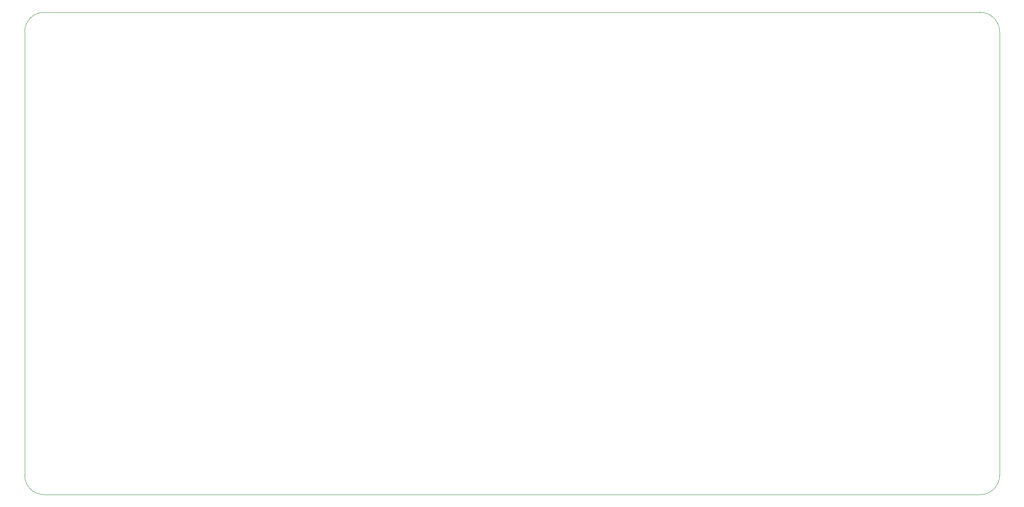
<source format=gbr>
%TF.GenerationSoftware,KiCad,Pcbnew,9.0.0*%
%TF.CreationDate,2025-03-17T17:50:44-07:00*%
%TF.ProjectId,MRIRobot_PCB,4d524952-6f62-46f7-945f-5043422e6b69,rev?*%
%TF.SameCoordinates,Original*%
%TF.FileFunction,Profile,NP*%
%FSLAX46Y46*%
G04 Gerber Fmt 4.6, Leading zero omitted, Abs format (unit mm)*
G04 Created by KiCad (PCBNEW 9.0.0) date 2025-03-17 17:50:44*
%MOMM*%
%LPD*%
G01*
G04 APERTURE LIST*
%TA.AperFunction,Profile*%
%ADD10C,0.100000*%
%TD*%
G04 APERTURE END LIST*
D10*
X26000000Y-72000000D02*
X26000000Y-163000000D01*
X226000000Y-163000000D02*
G75*
G02*
X222000000Y-167000000I-4000000J0D01*
G01*
X222000000Y-68000000D02*
G75*
G02*
X226000000Y-72000000I0J-4000000D01*
G01*
X226000000Y-72000000D02*
X226000000Y-163000000D01*
X222000000Y-167000000D02*
X30000000Y-167000000D01*
X30000000Y-167000000D02*
G75*
G02*
X26000000Y-163000000I0J4000000D01*
G01*
X30000000Y-68000000D02*
X222000000Y-68000000D01*
X26000000Y-72000000D02*
G75*
G02*
X30000000Y-68000000I4000000J0D01*
G01*
M02*

</source>
